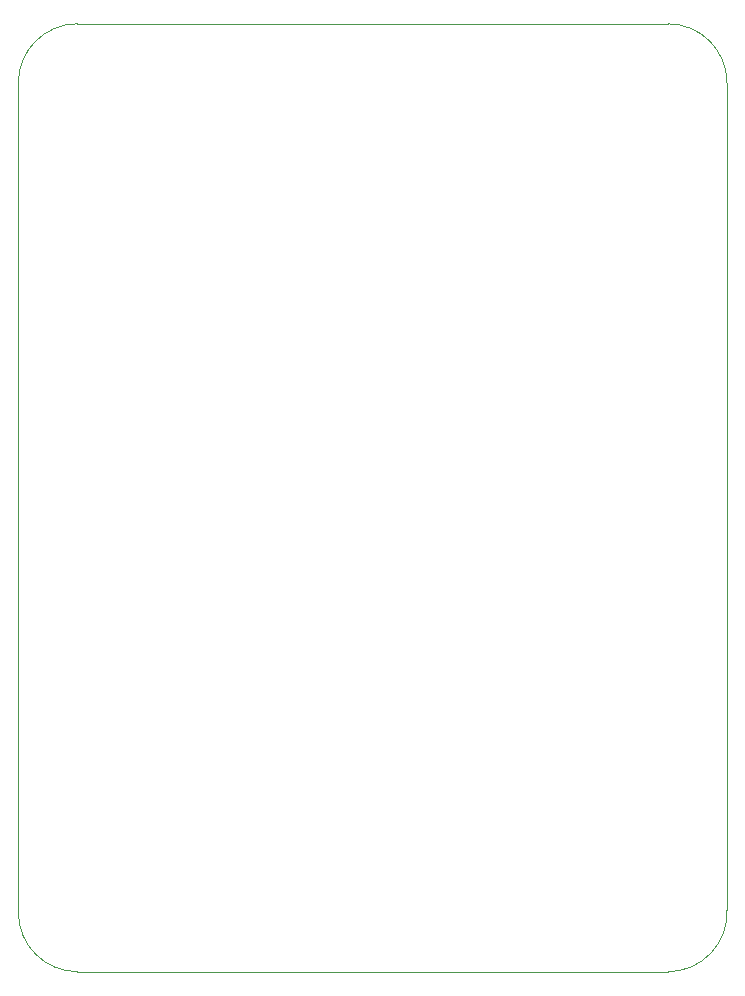
<source format=gbr>
%TF.GenerationSoftware,KiCad,Pcbnew,7.0.9*%
%TF.CreationDate,2024-01-09T08:16:39-05:00*%
%TF.ProjectId,mixed_signal_hw,6d697865-645f-4736-9967-6e616c5f6877,rev?*%
%TF.SameCoordinates,Original*%
%TF.FileFunction,Profile,NP*%
%FSLAX46Y46*%
G04 Gerber Fmt 4.6, Leading zero omitted, Abs format (unit mm)*
G04 Created by KiCad (PCBNEW 7.0.9) date 2024-01-09 08:16:39*
%MOMM*%
%LPD*%
G01*
G04 APERTURE LIST*
%TA.AperFunction,Profile*%
%ADD10C,0.100000*%
%TD*%
G04 APERTURE END LIST*
D10*
X95500000Y-128500000D02*
X95500000Y-58250000D01*
X100500000Y-53250000D02*
G75*
G03*
X95500000Y-58250000I0J-5000000D01*
G01*
X155500000Y-58250000D02*
G75*
G03*
X150500000Y-53250000I-5000000J0D01*
G01*
X150500000Y-133506246D02*
G75*
G03*
X155500000Y-128250000I0J5006246D01*
G01*
X95500000Y-128500000D02*
G75*
G03*
X100500000Y-133500000I5000000J0D01*
G01*
X100500000Y-53250000D02*
X150500000Y-53250000D01*
X155500000Y-128250000D02*
X155500000Y-58250000D01*
X100500000Y-133500000D02*
X150500000Y-133500000D01*
M02*

</source>
